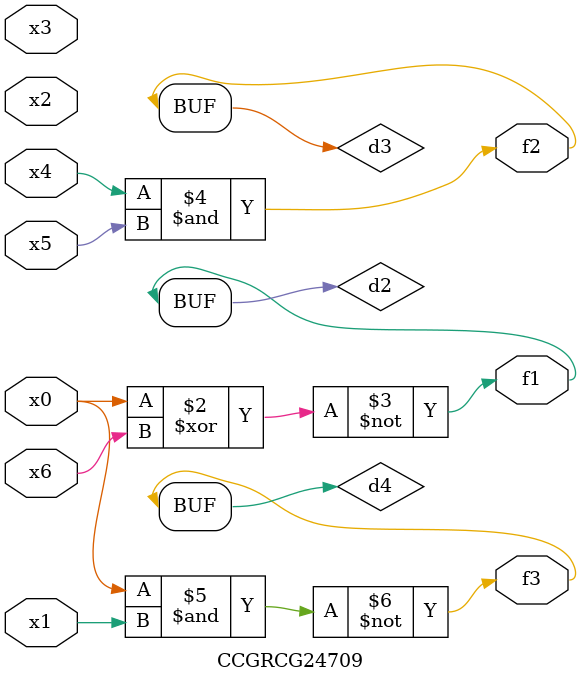
<source format=v>
module CCGRCG24709(
	input x0, x1, x2, x3, x4, x5, x6,
	output f1, f2, f3
);

	wire d1, d2, d3, d4;

	nor (d1, x0);
	xnor (d2, x0, x6);
	and (d3, x4, x5);
	nand (d4, x0, x1);
	assign f1 = d2;
	assign f2 = d3;
	assign f3 = d4;
endmodule

</source>
